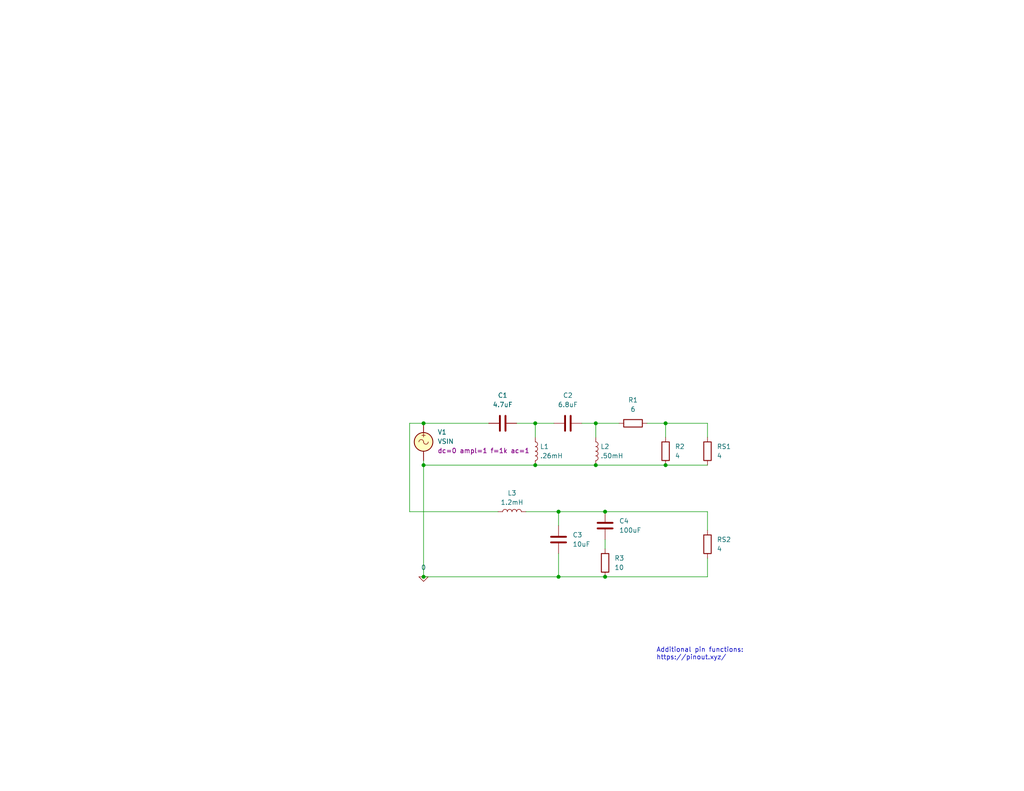
<source format=kicad_sch>
(kicad_sch
	(version 20231120)
	(generator "eeschema")
	(generator_version "8.0")
	(uuid "e63e39d7-6ac0-4ffd-8aa3-1841a4541b55")
	(paper "USLetter")
	(title_block
		(date "2023-11-08")
	)
	(lib_symbols
		(symbol "Device:C"
			(pin_numbers hide)
			(pin_names
				(offset 0.254)
			)
			(exclude_from_sim no)
			(in_bom yes)
			(on_board yes)
			(property "Reference" "C"
				(at 0.635 2.54 0)
				(effects
					(font
						(size 1.27 1.27)
					)
					(justify left)
				)
			)
			(property "Value" "C"
				(at 0.635 -2.54 0)
				(effects
					(font
						(size 1.27 1.27)
					)
					(justify left)
				)
			)
			(property "Footprint" ""
				(at 0.9652 -3.81 0)
				(effects
					(font
						(size 1.27 1.27)
					)
					(hide yes)
				)
			)
			(property "Datasheet" "~"
				(at 0 0 0)
				(effects
					(font
						(size 1.27 1.27)
					)
					(hide yes)
				)
			)
			(property "Description" "Unpolarized capacitor"
				(at 0 0 0)
				(effects
					(font
						(size 1.27 1.27)
					)
					(hide yes)
				)
			)
			(property "ki_keywords" "cap capacitor"
				(at 0 0 0)
				(effects
					(font
						(size 1.27 1.27)
					)
					(hide yes)
				)
			)
			(property "ki_fp_filters" "C_*"
				(at 0 0 0)
				(effects
					(font
						(size 1.27 1.27)
					)
					(hide yes)
				)
			)
			(symbol "C_0_1"
				(polyline
					(pts
						(xy -2.032 -0.762) (xy 2.032 -0.762)
					)
					(stroke
						(width 0.508)
						(type default)
					)
					(fill
						(type none)
					)
				)
				(polyline
					(pts
						(xy -2.032 0.762) (xy 2.032 0.762)
					)
					(stroke
						(width 0.508)
						(type default)
					)
					(fill
						(type none)
					)
				)
			)
			(symbol "C_1_1"
				(pin passive line
					(at 0 3.81 270)
					(length 2.794)
					(name "~"
						(effects
							(font
								(size 1.27 1.27)
							)
						)
					)
					(number "1"
						(effects
							(font
								(size 1.27 1.27)
							)
						)
					)
				)
				(pin passive line
					(at 0 -3.81 90)
					(length 2.794)
					(name "~"
						(effects
							(font
								(size 1.27 1.27)
							)
						)
					)
					(number "2"
						(effects
							(font
								(size 1.27 1.27)
							)
						)
					)
				)
			)
		)
		(symbol "Device:L"
			(pin_numbers hide)
			(pin_names
				(offset 1.016) hide)
			(exclude_from_sim no)
			(in_bom yes)
			(on_board yes)
			(property "Reference" "L"
				(at -1.27 0 90)
				(effects
					(font
						(size 1.27 1.27)
					)
				)
			)
			(property "Value" "L"
				(at 1.905 0 90)
				(effects
					(font
						(size 1.27 1.27)
					)
				)
			)
			(property "Footprint" ""
				(at 0 0 0)
				(effects
					(font
						(size 1.27 1.27)
					)
					(hide yes)
				)
			)
			(property "Datasheet" "~"
				(at 0 0 0)
				(effects
					(font
						(size 1.27 1.27)
					)
					(hide yes)
				)
			)
			(property "Description" "Inductor"
				(at 0 0 0)
				(effects
					(font
						(size 1.27 1.27)
					)
					(hide yes)
				)
			)
			(property "ki_keywords" "inductor choke coil reactor magnetic"
				(at 0 0 0)
				(effects
					(font
						(size 1.27 1.27)
					)
					(hide yes)
				)
			)
			(property "ki_fp_filters" "Choke_* *Coil* Inductor_* L_*"
				(at 0 0 0)
				(effects
					(font
						(size 1.27 1.27)
					)
					(hide yes)
				)
			)
			(symbol "L_0_1"
				(arc
					(start 0 -2.54)
					(mid 0.6323 -1.905)
					(end 0 -1.27)
					(stroke
						(width 0)
						(type default)
					)
					(fill
						(type none)
					)
				)
				(arc
					(start 0 -1.27)
					(mid 0.6323 -0.635)
					(end 0 0)
					(stroke
						(width 0)
						(type default)
					)
					(fill
						(type none)
					)
				)
				(arc
					(start 0 0)
					(mid 0.6323 0.635)
					(end 0 1.27)
					(stroke
						(width 0)
						(type default)
					)
					(fill
						(type none)
					)
				)
				(arc
					(start 0 1.27)
					(mid 0.6323 1.905)
					(end 0 2.54)
					(stroke
						(width 0)
						(type default)
					)
					(fill
						(type none)
					)
				)
			)
			(symbol "L_1_1"
				(pin passive line
					(at 0 3.81 270)
					(length 1.27)
					(name "1"
						(effects
							(font
								(size 1.27 1.27)
							)
						)
					)
					(number "1"
						(effects
							(font
								(size 1.27 1.27)
							)
						)
					)
				)
				(pin passive line
					(at 0 -3.81 90)
					(length 1.27)
					(name "2"
						(effects
							(font
								(size 1.27 1.27)
							)
						)
					)
					(number "2"
						(effects
							(font
								(size 1.27 1.27)
							)
						)
					)
				)
			)
		)
		(symbol "Device:R"
			(pin_numbers hide)
			(pin_names
				(offset 0)
			)
			(exclude_from_sim no)
			(in_bom yes)
			(on_board yes)
			(property "Reference" "R"
				(at 2.032 0 90)
				(effects
					(font
						(size 1.27 1.27)
					)
				)
			)
			(property "Value" "R"
				(at 0 0 90)
				(effects
					(font
						(size 1.27 1.27)
					)
				)
			)
			(property "Footprint" ""
				(at -1.778 0 90)
				(effects
					(font
						(size 1.27 1.27)
					)
					(hide yes)
				)
			)
			(property "Datasheet" "~"
				(at 0 0 0)
				(effects
					(font
						(size 1.27 1.27)
					)
					(hide yes)
				)
			)
			(property "Description" "Resistor"
				(at 0 0 0)
				(effects
					(font
						(size 1.27 1.27)
					)
					(hide yes)
				)
			)
			(property "ki_keywords" "R res resistor"
				(at 0 0 0)
				(effects
					(font
						(size 1.27 1.27)
					)
					(hide yes)
				)
			)
			(property "ki_fp_filters" "R_*"
				(at 0 0 0)
				(effects
					(font
						(size 1.27 1.27)
					)
					(hide yes)
				)
			)
			(symbol "R_0_1"
				(rectangle
					(start -1.016 -2.54)
					(end 1.016 2.54)
					(stroke
						(width 0.254)
						(type default)
					)
					(fill
						(type none)
					)
				)
			)
			(symbol "R_1_1"
				(pin passive line
					(at 0 3.81 270)
					(length 1.27)
					(name "~"
						(effects
							(font
								(size 1.27 1.27)
							)
						)
					)
					(number "1"
						(effects
							(font
								(size 1.27 1.27)
							)
						)
					)
				)
				(pin passive line
					(at 0 -3.81 90)
					(length 1.27)
					(name "~"
						(effects
							(font
								(size 1.27 1.27)
							)
						)
					)
					(number "2"
						(effects
							(font
								(size 1.27 1.27)
							)
						)
					)
				)
			)
		)
		(symbol "Simulation_SPICE:0"
			(power)
			(pin_numbers hide)
			(pin_names
				(offset 0) hide)
			(exclude_from_sim no)
			(in_bom yes)
			(on_board yes)
			(property "Reference" "#GND"
				(at 0 -5.08 0)
				(effects
					(font
						(size 1.27 1.27)
					)
					(hide yes)
				)
			)
			(property "Value" "0"
				(at 0 -2.54 0)
				(effects
					(font
						(size 1.27 1.27)
					)
				)
			)
			(property "Footprint" ""
				(at 0 0 0)
				(effects
					(font
						(size 1.27 1.27)
					)
					(hide yes)
				)
			)
			(property "Datasheet" "https://ngspice.sourceforge.io/docs/ngspice-html-manual/manual.xhtml#subsec_Circuit_elements__device"
				(at 0 -10.16 0)
				(effects
					(font
						(size 1.27 1.27)
					)
					(hide yes)
				)
			)
			(property "Description" "0V reference potential for simulation"
				(at 0 -7.62 0)
				(effects
					(font
						(size 1.27 1.27)
					)
					(hide yes)
				)
			)
			(property "ki_keywords" "simulation"
				(at 0 0 0)
				(effects
					(font
						(size 1.27 1.27)
					)
					(hide yes)
				)
			)
			(symbol "0_0_1"
				(polyline
					(pts
						(xy -1.27 0) (xy 0 -1.27) (xy 1.27 0) (xy -1.27 0)
					)
					(stroke
						(width 0)
						(type default)
					)
					(fill
						(type none)
					)
				)
			)
			(symbol "0_1_1"
				(pin power_in line
					(at 0 0 0)
					(length 0)
					(name "~"
						(effects
							(font
								(size 1.016 1.016)
							)
						)
					)
					(number "1"
						(effects
							(font
								(size 1.016 1.016)
							)
						)
					)
				)
			)
		)
		(symbol "Simulation_SPICE:VSIN"
			(pin_numbers hide)
			(pin_names
				(offset 0.0254)
			)
			(exclude_from_sim no)
			(in_bom yes)
			(on_board yes)
			(property "Reference" "V"
				(at 2.54 2.54 0)
				(effects
					(font
						(size 1.27 1.27)
					)
					(justify left)
				)
			)
			(property "Value" "VSIN"
				(at 2.54 0 0)
				(effects
					(font
						(size 1.27 1.27)
					)
					(justify left)
				)
			)
			(property "Footprint" ""
				(at 0 0 0)
				(effects
					(font
						(size 1.27 1.27)
					)
					(hide yes)
				)
			)
			(property "Datasheet" "https://ngspice.sourceforge.io/docs/ngspice-html-manual/manual.xhtml#sec_Independent_Sources_for"
				(at 0 0 0)
				(effects
					(font
						(size 1.27 1.27)
					)
					(hide yes)
				)
			)
			(property "Description" "Voltage source, sinusoidal"
				(at 0 0 0)
				(effects
					(font
						(size 1.27 1.27)
					)
					(hide yes)
				)
			)
			(property "Sim.Pins" "1=+ 2=-"
				(at 0 0 0)
				(effects
					(font
						(size 1.27 1.27)
					)
					(hide yes)
				)
			)
			(property "Sim.Params" "dc=0 ampl=1 f=1k ac=1"
				(at 2.54 -2.54 0)
				(effects
					(font
						(size 1.27 1.27)
					)
					(justify left)
				)
			)
			(property "Sim.Type" "SIN"
				(at 0 0 0)
				(effects
					(font
						(size 1.27 1.27)
					)
					(hide yes)
				)
			)
			(property "Sim.Device" "V"
				(at 0 0 0)
				(effects
					(font
						(size 1.27 1.27)
					)
					(justify left)
					(hide yes)
				)
			)
			(property "ki_keywords" "simulation ac vac"
				(at 0 0 0)
				(effects
					(font
						(size 1.27 1.27)
					)
					(hide yes)
				)
			)
			(symbol "VSIN_0_0"
				(arc
					(start 0 0)
					(mid -0.635 0.6323)
					(end -1.27 0)
					(stroke
						(width 0)
						(type default)
					)
					(fill
						(type none)
					)
				)
				(arc
					(start 0 0)
					(mid 0.635 -0.6323)
					(end 1.27 0)
					(stroke
						(width 0)
						(type default)
					)
					(fill
						(type none)
					)
				)
				(text "+"
					(at 0 1.905 0)
					(effects
						(font
							(size 1.27 1.27)
						)
					)
				)
			)
			(symbol "VSIN_0_1"
				(circle
					(center 0 0)
					(radius 2.54)
					(stroke
						(width 0.254)
						(type default)
					)
					(fill
						(type background)
					)
				)
			)
			(symbol "VSIN_1_1"
				(pin passive line
					(at 0 5.08 270)
					(length 2.54)
					(name "~"
						(effects
							(font
								(size 1.27 1.27)
							)
						)
					)
					(number "1"
						(effects
							(font
								(size 1.27 1.27)
							)
						)
					)
				)
				(pin passive line
					(at 0 -5.08 90)
					(length 2.54)
					(name "~"
						(effects
							(font
								(size 1.27 1.27)
							)
						)
					)
					(number "2"
						(effects
							(font
								(size 1.27 1.27)
							)
						)
					)
				)
			)
		)
	)
	(junction
		(at 162.56 127)
		(diameter 0)
		(color 0 0 0 0)
		(uuid "01b82ff5-396e-4137-bc36-d45f0cfa623b")
	)
	(junction
		(at 165.1 157.48)
		(diameter 0)
		(color 0 0 0 0)
		(uuid "19b8cf3a-16ef-46a0-93e5-744c0c6f2140")
	)
	(junction
		(at 162.56 115.57)
		(diameter 0)
		(color 0 0 0 0)
		(uuid "44c55828-10b4-45fe-a00b-f7e456ea1950")
	)
	(junction
		(at 146.05 127)
		(diameter 0)
		(color 0 0 0 0)
		(uuid "564d874e-63c8-4cf8-8443-078bc9089e2e")
	)
	(junction
		(at 115.57 157.48)
		(diameter 0)
		(color 0 0 0 0)
		(uuid "8c23deeb-cfd2-4985-b61c-896845e042d5")
	)
	(junction
		(at 146.05 115.57)
		(diameter 0)
		(color 0 0 0 0)
		(uuid "964ef2fa-efd8-4914-bd7f-1f23452c2043")
	)
	(junction
		(at 152.4 139.7)
		(diameter 0)
		(color 0 0 0 0)
		(uuid "a99fca95-70e0-4564-8ab5-2d449054e36d")
	)
	(junction
		(at 165.1 139.7)
		(diameter 0)
		(color 0 0 0 0)
		(uuid "c1b19949-6387-4bcc-89b5-d16d858327c8")
	)
	(junction
		(at 181.61 127)
		(diameter 0)
		(color 0 0 0 0)
		(uuid "c3c99d0b-b30e-46d2-9511-d2aab3ff8743")
	)
	(junction
		(at 115.57 115.57)
		(diameter 0)
		(color 0 0 0 0)
		(uuid "cdafd780-b3ff-4463-aed1-bcfdff47ca18")
	)
	(junction
		(at 115.57 127)
		(diameter 0)
		(color 0 0 0 0)
		(uuid "d7d0ce7e-f57f-479f-831d-64ef16afc150")
	)
	(junction
		(at 152.4 157.48)
		(diameter 0)
		(color 0 0 0 0)
		(uuid "ef38dac5-a7e9-454c-955a-50cd24bd2d5c")
	)
	(junction
		(at 181.61 115.57)
		(diameter 0)
		(color 0 0 0 0)
		(uuid "f2b653e9-f4a1-41b6-a4f1-1beb2ce8897f")
	)
	(wire
		(pts
			(xy 193.04 115.57) (xy 193.04 119.38)
		)
		(stroke
			(width 0)
			(type default)
		)
		(uuid "07ca1aef-2e2b-48c2-b48a-52bc3be192fe")
	)
	(wire
		(pts
			(xy 162.56 115.57) (xy 162.56 119.38)
		)
		(stroke
			(width 0)
			(type default)
		)
		(uuid "14117cca-d936-4f67-aaaf-ca33099d10fb")
	)
	(wire
		(pts
			(xy 152.4 151.13) (xy 152.4 157.48)
		)
		(stroke
			(width 0)
			(type default)
		)
		(uuid "15ae8ff3-6487-4d1d-b345-58ae83520a5d")
	)
	(wire
		(pts
			(xy 115.57 125.73) (xy 115.57 127)
		)
		(stroke
			(width 0)
			(type default)
		)
		(uuid "17d72349-9383-45ba-901b-865a9c796c81")
	)
	(wire
		(pts
			(xy 165.1 139.7) (xy 193.04 139.7)
		)
		(stroke
			(width 0)
			(type default)
		)
		(uuid "1a2c8cd9-23aa-49a8-9f7d-3d38c48cbbbd")
	)
	(wire
		(pts
			(xy 158.75 115.57) (xy 162.56 115.57)
		)
		(stroke
			(width 0)
			(type default)
		)
		(uuid "1caa3e43-2042-4497-8fec-bfc39ec5ec92")
	)
	(wire
		(pts
			(xy 193.04 157.48) (xy 193.04 152.4)
		)
		(stroke
			(width 0)
			(type default)
		)
		(uuid "1d94c776-72f5-4e6e-a07a-acef46ac5999")
	)
	(wire
		(pts
			(xy 152.4 157.48) (xy 165.1 157.48)
		)
		(stroke
			(width 0)
			(type default)
		)
		(uuid "22c926e4-785e-407e-bab0-c6d3312424b6")
	)
	(wire
		(pts
			(xy 193.04 139.7) (xy 193.04 144.78)
		)
		(stroke
			(width 0)
			(type default)
		)
		(uuid "2654e2fd-e396-4c8c-9909-9cd7c0b8c9d2")
	)
	(wire
		(pts
			(xy 165.1 147.32) (xy 165.1 149.86)
		)
		(stroke
			(width 0)
			(type default)
		)
		(uuid "33087247-d8a3-4625-950c-8e2605a44348")
	)
	(wire
		(pts
			(xy 111.76 115.57) (xy 115.57 115.57)
		)
		(stroke
			(width 0)
			(type default)
		)
		(uuid "3676b879-225b-4664-844e-f554a1922769")
	)
	(wire
		(pts
			(xy 146.05 127) (xy 162.56 127)
		)
		(stroke
			(width 0)
			(type default)
		)
		(uuid "45bbbcc3-3b94-4c00-a371-bc113cf1b8c8")
	)
	(wire
		(pts
			(xy 146.05 115.57) (xy 146.05 119.38)
		)
		(stroke
			(width 0)
			(type default)
		)
		(uuid "5acdc299-d0af-497f-80ee-0b749cf5a19c")
	)
	(wire
		(pts
			(xy 181.61 115.57) (xy 193.04 115.57)
		)
		(stroke
			(width 0)
			(type default)
		)
		(uuid "5ade3bca-ab3a-48d5-9ddb-3138054472b3")
	)
	(wire
		(pts
			(xy 115.57 127) (xy 146.05 127)
		)
		(stroke
			(width 0)
			(type default)
		)
		(uuid "65a2c8d2-baf5-4c6e-a472-cea3fa1b0bd7")
	)
	(wire
		(pts
			(xy 143.51 139.7) (xy 152.4 139.7)
		)
		(stroke
			(width 0)
			(type default)
		)
		(uuid "705d25ee-45e5-4bb2-b728-8b2433023261")
	)
	(wire
		(pts
			(xy 115.57 115.57) (xy 133.35 115.57)
		)
		(stroke
			(width 0)
			(type default)
		)
		(uuid "72ed9601-0cd7-4479-9c9e-ec5d3c1644d7")
	)
	(wire
		(pts
			(xy 111.76 139.7) (xy 111.76 115.57)
		)
		(stroke
			(width 0)
			(type default)
		)
		(uuid "72f32e6e-59fb-4fb5-8534-89a8a11f978b")
	)
	(wire
		(pts
			(xy 115.57 157.48) (xy 152.4 157.48)
		)
		(stroke
			(width 0)
			(type default)
		)
		(uuid "7cb746c7-db13-4404-9fa5-df9e866216e0")
	)
	(wire
		(pts
			(xy 162.56 115.57) (xy 168.91 115.57)
		)
		(stroke
			(width 0)
			(type default)
		)
		(uuid "847998ea-a3bb-415f-8820-079e5daa504e")
	)
	(wire
		(pts
			(xy 165.1 157.48) (xy 193.04 157.48)
		)
		(stroke
			(width 0)
			(type default)
		)
		(uuid "a8c58941-0233-4d45-ae88-4e99a379723e")
	)
	(wire
		(pts
			(xy 152.4 143.51) (xy 152.4 139.7)
		)
		(stroke
			(width 0)
			(type default)
		)
		(uuid "ab85855a-f817-4dc7-967b-d1968369a778")
	)
	(wire
		(pts
			(xy 181.61 115.57) (xy 176.53 115.57)
		)
		(stroke
			(width 0)
			(type default)
		)
		(uuid "b4697bcd-b192-435e-9940-e7944ea27d9b")
	)
	(wire
		(pts
			(xy 115.57 157.48) (xy 115.57 127)
		)
		(stroke
			(width 0)
			(type default)
		)
		(uuid "bc7a5a61-f297-4151-8b68-da1f57b5d762")
	)
	(wire
		(pts
			(xy 146.05 115.57) (xy 151.13 115.57)
		)
		(stroke
			(width 0)
			(type default)
		)
		(uuid "d2447a69-cf3f-4bce-a8a9-4a72133676e2")
	)
	(wire
		(pts
			(xy 162.56 127) (xy 181.61 127)
		)
		(stroke
			(width 0)
			(type default)
		)
		(uuid "d36be8cc-4ba5-474c-b718-0bb39eef2fc6")
	)
	(wire
		(pts
			(xy 181.61 127) (xy 193.04 127)
		)
		(stroke
			(width 0)
			(type default)
		)
		(uuid "d8baa702-f747-4503-a8ab-b9beea814dd3")
	)
	(wire
		(pts
			(xy 152.4 139.7) (xy 165.1 139.7)
		)
		(stroke
			(width 0)
			(type default)
		)
		(uuid "dd1a7ab8-807c-4bd5-9ed7-c791cf8e183d")
	)
	(wire
		(pts
			(xy 181.61 115.57) (xy 181.61 119.38)
		)
		(stroke
			(width 0)
			(type default)
		)
		(uuid "e2c457ca-a369-4bb5-9661-d444cd43b8f6")
	)
	(wire
		(pts
			(xy 135.89 139.7) (xy 111.76 139.7)
		)
		(stroke
			(width 0)
			(type default)
		)
		(uuid "e6883c5d-4786-491e-9b00-e2efd63a214a")
	)
	(wire
		(pts
			(xy 140.97 115.57) (xy 146.05 115.57)
		)
		(stroke
			(width 0)
			(type default)
		)
		(uuid "fff5990f-f181-4d92-a33b-e6efb078c024")
	)
	(text "Additional pin functions:\nhttps://pinout.xyz/"
		(exclude_from_sim no)
		(at 179.07 180.34 0)
		(effects
			(font
				(size 1.27 1.27)
			)
			(justify left bottom)
		)
		(uuid "36e2c557-2c2a-4fba-9b6f-1167ab8ec281")
	)
	(symbol
		(lib_id "Device:R")
		(at 172.72 115.57 90)
		(unit 1)
		(exclude_from_sim no)
		(in_bom yes)
		(on_board yes)
		(dnp no)
		(fields_autoplaced yes)
		(uuid "132f7e07-a9b0-4c57-8a43-45dcc1ad22c7")
		(property "Reference" "R1"
			(at 172.72 109.22 90)
			(effects
				(font
					(size 1.27 1.27)
				)
			)
		)
		(property "Value" "6"
			(at 172.72 111.76 90)
			(effects
				(font
					(size 1.27 1.27)
				)
			)
		)
		(property "Footprint" "Resistor_THT:R_Axial_DIN0207_L6.3mm_D2.5mm_P15.24mm_Horizontal"
			(at 172.72 117.348 90)
			(effects
				(font
					(size 1.27 1.27)
				)
				(hide yes)
			)
		)
		(property "Datasheet" "~"
			(at 172.72 115.57 0)
			(effects
				(font
					(size 1.27 1.27)
				)
				(hide yes)
			)
		)
		(property "Description" ""
			(at 172.72 115.57 0)
			(effects
				(font
					(size 1.27 1.27)
				)
				(hide yes)
			)
		)
		(pin "1"
			(uuid "cceb6366-1809-4d4d-be43-a449fc69a15e")
		)
		(pin "2"
			(uuid "04c1a09d-4971-4583-87af-142ba818b19b")
		)
		(instances
			(project "Crossover2025-12-29"
				(path "/e63e39d7-6ac0-4ffd-8aa3-1841a4541b55"
					(reference "R1")
					(unit 1)
				)
			)
		)
	)
	(symbol
		(lib_id "Device:R")
		(at 193.04 123.19 0)
		(unit 1)
		(exclude_from_sim no)
		(in_bom yes)
		(on_board yes)
		(dnp no)
		(fields_autoplaced yes)
		(uuid "202e7da2-165d-46d2-b92b-5dba3f6bc18a")
		(property "Reference" "RS1"
			(at 195.58 121.9199 0)
			(effects
				(font
					(size 1.27 1.27)
				)
				(justify left)
			)
		)
		(property "Value" "4"
			(at 195.58 124.4599 0)
			(effects
				(font
					(size 1.27 1.27)
				)
				(justify left)
			)
		)
		(property "Footprint" "Resistor_THT:R_Axial_DIN0207_L6.3mm_D2.5mm_P15.24mm_Horizontal"
			(at 191.262 123.19 90)
			(effects
				(font
					(size 1.27 1.27)
				)
				(hide yes)
			)
		)
		(property "Datasheet" "~"
			(at 193.04 123.19 0)
			(effects
				(font
					(size 1.27 1.27)
				)
				(hide yes)
			)
		)
		(property "Description" ""
			(at 193.04 123.19 0)
			(effects
				(font
					(size 1.27 1.27)
				)
				(hide yes)
			)
		)
		(pin "1"
			(uuid "127d973b-cf3a-41a9-9ddf-1cf7e5b629a6")
		)
		(pin "2"
			(uuid "0c213368-6dad-4657-9946-fda2cff3c267")
		)
		(instances
			(project "Crossover2025-12-29"
				(path "/e63e39d7-6ac0-4ffd-8aa3-1841a4541b55"
					(reference "RS1")
					(unit 1)
				)
			)
		)
	)
	(symbol
		(lib_id "Device:C")
		(at 152.4 147.32 0)
		(unit 1)
		(exclude_from_sim no)
		(in_bom yes)
		(on_board yes)
		(dnp no)
		(fields_autoplaced yes)
		(uuid "2dd52ebd-6faf-4f93-87a3-80eb2ffa164d")
		(property "Reference" "C3"
			(at 156.21 146.0499 0)
			(effects
				(font
					(size 1.27 1.27)
				)
				(justify left)
			)
		)
		(property "Value" "10uF"
			(at 156.21 148.5899 0)
			(effects
				(font
					(size 1.27 1.27)
				)
				(justify left)
			)
		)
		(property "Footprint" ""
			(at 153.3652 151.13 0)
			(effects
				(font
					(size 1.27 1.27)
				)
				(hide yes)
			)
		)
		(property "Datasheet" "~"
			(at 152.4 147.32 0)
			(effects
				(font
					(size 1.27 1.27)
				)
				(hide yes)
			)
		)
		(property "Description" "Unpolarized capacitor"
			(at 152.4 147.32 0)
			(effects
				(font
					(size 1.27 1.27)
				)
				(hide yes)
			)
		)
		(pin "1"
			(uuid "2c273ef1-4ada-4717-8e3c-87bbb882df52")
		)
		(pin "2"
			(uuid "fa7d412a-b936-4a2a-b09a-e0d1654a83eb")
		)
		(instances
			(project "Crossover2025-12-29"
				(path "/e63e39d7-6ac0-4ffd-8aa3-1841a4541b55"
					(reference "C3")
					(unit 1)
				)
			)
		)
	)
	(symbol
		(lib_id "Device:R")
		(at 193.04 148.59 0)
		(unit 1)
		(exclude_from_sim no)
		(in_bom yes)
		(on_board yes)
		(dnp no)
		(fields_autoplaced yes)
		(uuid "31de8336-25fa-41d9-af3f-d7ee7e51e389")
		(property "Reference" "RS2"
			(at 195.58 147.3199 0)
			(effects
				(font
					(size 1.27 1.27)
				)
				(justify left)
			)
		)
		(property "Value" "4"
			(at 195.58 149.8599 0)
			(effects
				(font
					(size 1.27 1.27)
				)
				(justify left)
			)
		)
		(property "Footprint" "Resistor_THT:R_Axial_DIN0207_L6.3mm_D2.5mm_P15.24mm_Horizontal"
			(at 191.262 148.59 90)
			(effects
				(font
					(size 1.27 1.27)
				)
				(hide yes)
			)
		)
		(property "Datasheet" "~"
			(at 193.04 148.59 0)
			(effects
				(font
					(size 1.27 1.27)
				)
				(hide yes)
			)
		)
		(property "Description" ""
			(at 193.04 148.59 0)
			(effects
				(font
					(size 1.27 1.27)
				)
				(hide yes)
			)
		)
		(pin "1"
			(uuid "aed48e0f-cf47-4c76-ace2-74b90b2b2a4f")
		)
		(pin "2"
			(uuid "5cab6761-b3ac-4b45-b9fb-c3f385846583")
		)
		(instances
			(project "Crossover2025-12-29"
				(path "/e63e39d7-6ac0-4ffd-8aa3-1841a4541b55"
					(reference "RS2")
					(unit 1)
				)
			)
		)
	)
	(symbol
		(lib_id "Device:L")
		(at 162.56 123.19 0)
		(unit 1)
		(exclude_from_sim no)
		(in_bom yes)
		(on_board yes)
		(dnp no)
		(fields_autoplaced yes)
		(uuid "32f3885c-bdd5-4b45-b269-b3efe7a13fb6")
		(property "Reference" "L2"
			(at 163.83 121.9199 0)
			(effects
				(font
					(size 1.27 1.27)
				)
				(justify left)
			)
		)
		(property "Value" ".50mH"
			(at 163.83 124.4599 0)
			(effects
				(font
					(size 1.27 1.27)
				)
				(justify left)
			)
		)
		(property "Footprint" ""
			(at 162.56 123.19 0)
			(effects
				(font
					(size 1.27 1.27)
				)
				(hide yes)
			)
		)
		(property "Datasheet" "~"
			(at 162.56 123.19 0)
			(effects
				(font
					(size 1.27 1.27)
				)
				(hide yes)
			)
		)
		(property "Description" "Inductor"
			(at 162.56 123.19 0)
			(effects
				(font
					(size 1.27 1.27)
				)
				(hide yes)
			)
		)
		(pin "1"
			(uuid "68660fcc-0ccc-4532-bb6a-2ef4496acc78")
		)
		(pin "2"
			(uuid "1c360503-c91c-4611-a9e3-eba9af1c3ca9")
		)
		(instances
			(project "Crossover2025-12-29"
				(path "/e63e39d7-6ac0-4ffd-8aa3-1841a4541b55"
					(reference "L2")
					(unit 1)
				)
			)
		)
	)
	(symbol
		(lib_id "Device:R")
		(at 181.61 123.19 0)
		(unit 1)
		(exclude_from_sim no)
		(in_bom yes)
		(on_board yes)
		(dnp no)
		(fields_autoplaced yes)
		(uuid "3fd876ec-f7f7-49ce-8fc4-f2b8def27d4e")
		(property "Reference" "R2"
			(at 184.15 121.9199 0)
			(effects
				(font
					(size 1.27 1.27)
				)
				(justify left)
			)
		)
		(property "Value" "4"
			(at 184.15 124.4599 0)
			(effects
				(font
					(size 1.27 1.27)
				)
				(justify left)
			)
		)
		(property "Footprint" "Resistor_THT:R_Axial_DIN0207_L6.3mm_D2.5mm_P15.24mm_Horizontal"
			(at 179.832 123.19 90)
			(effects
				(font
					(size 1.27 1.27)
				)
				(hide yes)
			)
		)
		(property "Datasheet" "~"
			(at 181.61 123.19 0)
			(effects
				(font
					(size 1.27 1.27)
				)
				(hide yes)
			)
		)
		(property "Description" ""
			(at 181.61 123.19 0)
			(effects
				(font
					(size 1.27 1.27)
				)
				(hide yes)
			)
		)
		(pin "1"
			(uuid "053ddd8e-9826-446a-a77e-8ba418de7be8")
		)
		(pin "2"
			(uuid "5ba246d8-1340-4c88-8660-523c07fdcb1b")
		)
		(instances
			(project "Crossover2025-12-29"
				(path "/e63e39d7-6ac0-4ffd-8aa3-1841a4541b55"
					(reference "R2")
					(unit 1)
				)
			)
		)
	)
	(symbol
		(lib_id "Device:R")
		(at 165.1 153.67 0)
		(unit 1)
		(exclude_from_sim no)
		(in_bom yes)
		(on_board yes)
		(dnp no)
		(fields_autoplaced yes)
		(uuid "4a2736d6-b062-473c-bc54-3c13b5204e8c")
		(property "Reference" "R3"
			(at 167.64 152.3999 0)
			(effects
				(font
					(size 1.27 1.27)
				)
				(justify left)
			)
		)
		(property "Value" "10"
			(at 167.64 154.9399 0)
			(effects
				(font
					(size 1.27 1.27)
				)
				(justify left)
			)
		)
		(property "Footprint" "Resistor_THT:R_Axial_DIN0207_L6.3mm_D2.5mm_P15.24mm_Horizontal"
			(at 163.322 153.67 90)
			(effects
				(font
					(size 1.27 1.27)
				)
				(hide yes)
			)
		)
		(property "Datasheet" "~"
			(at 165.1 153.67 0)
			(effects
				(font
					(size 1.27 1.27)
				)
				(hide yes)
			)
		)
		(property "Description" ""
			(at 165.1 153.67 0)
			(effects
				(font
					(size 1.27 1.27)
				)
				(hide yes)
			)
		)
		(pin "1"
			(uuid "2700416b-5842-4c34-944e-2aa8b3c84b00")
		)
		(pin "2"
			(uuid "9cf17fe7-ac34-4bfd-bda7-a79710f28f4d")
		)
		(instances
			(project "Crossover2025-12-29"
				(path "/e63e39d7-6ac0-4ffd-8aa3-1841a4541b55"
					(reference "R3")
					(unit 1)
				)
			)
		)
	)
	(symbol
		(lib_id "Device:C")
		(at 154.94 115.57 90)
		(unit 1)
		(exclude_from_sim no)
		(in_bom yes)
		(on_board yes)
		(dnp no)
		(fields_autoplaced yes)
		(uuid "6fb9a5fc-2dc0-4167-a2fa-c79b2dd9e7db")
		(property "Reference" "C2"
			(at 154.94 107.95 90)
			(effects
				(font
					(size 1.27 1.27)
				)
			)
		)
		(property "Value" "6.8uF"
			(at 154.94 110.49 90)
			(effects
				(font
					(size 1.27 1.27)
				)
			)
		)
		(property "Footprint" ""
			(at 158.75 114.6048 0)
			(effects
				(font
					(size 1.27 1.27)
				)
				(hide yes)
			)
		)
		(property "Datasheet" "~"
			(at 154.94 115.57 0)
			(effects
				(font
					(size 1.27 1.27)
				)
				(hide yes)
			)
		)
		(property "Description" "Unpolarized capacitor"
			(at 154.94 115.57 0)
			(effects
				(font
					(size 1.27 1.27)
				)
				(hide yes)
			)
		)
		(pin "1"
			(uuid "4840de97-aab5-4a98-b29e-ee83f04bdcc4")
		)
		(pin "2"
			(uuid "1edfb103-83a3-4754-8901-b07d08c2f559")
		)
		(instances
			(project ""
				(path "/e63e39d7-6ac0-4ffd-8aa3-1841a4541b55"
					(reference "C2")
					(unit 1)
				)
			)
		)
	)
	(symbol
		(lib_id "Simulation_SPICE:0")
		(at 115.57 157.48 0)
		(unit 1)
		(exclude_from_sim no)
		(in_bom yes)
		(on_board yes)
		(dnp no)
		(uuid "6ff75bc0-3b8c-4f7e-a6b1-62bfa1c18038")
		(property "Reference" "#GND01"
			(at 115.57 162.56 0)
			(effects
				(font
					(size 1.27 1.27)
				)
				(hide yes)
			)
		)
		(property "Value" "0"
			(at 115.57 154.94 0)
			(effects
				(font
					(size 1.27 1.27)
				)
			)
		)
		(property "Footprint" ""
			(at 115.57 157.48 0)
			(effects
				(font
					(size 1.27 1.27)
				)
				(hide yes)
			)
		)
		(property "Datasheet" "https://ngspice.sourceforge.io/docs/ngspice-html-manual/manual.xhtml#subsec_Circuit_elements__device"
			(at 115.57 167.64 0)
			(effects
				(font
					(size 1.27 1.27)
				)
				(hide yes)
			)
		)
		(property "Description" "0V reference potential for simulation"
			(at 115.57 165.1 0)
			(effects
				(font
					(size 1.27 1.27)
				)
				(hide yes)
			)
		)
		(pin "1"
			(uuid "9de6fbd3-6449-4346-8710-7a1cde2ab0b7")
		)
		(instances
			(project ""
				(path "/e63e39d7-6ac0-4ffd-8aa3-1841a4541b55"
					(reference "#GND01")
					(unit 1)
				)
			)
		)
	)
	(symbol
		(lib_id "Simulation_SPICE:VSIN")
		(at 115.57 120.65 0)
		(unit 1)
		(exclude_from_sim no)
		(in_bom yes)
		(on_board yes)
		(dnp no)
		(fields_autoplaced yes)
		(uuid "88bddd75-1d54-4a30-a976-8508cbd92f72")
		(property "Reference" "V1"
			(at 119.38 117.9801 0)
			(effects
				(font
					(size 1.27 1.27)
				)
				(justify left)
			)
		)
		(property "Value" "VSIN"
			(at 119.38 120.5201 0)
			(effects
				(font
					(size 1.27 1.27)
				)
				(justify left)
			)
		)
		(property "Footprint" ""
			(at 115.57 120.65 0)
			(effects
				(font
					(size 1.27 1.27)
				)
				(hide yes)
			)
		)
		(property "Datasheet" "https://ngspice.sourceforge.io/docs/ngspice-html-manual/manual.xhtml#sec_Independent_Sources_for"
			(at 115.57 120.65 0)
			(effects
				(font
					(size 1.27 1.27)
				)
				(hide yes)
			)
		)
		(property "Description" "Voltage source, sinusoidal"
			(at 115.57 120.65 0)
			(effects
				(font
					(size 1.27 1.27)
				)
				(hide yes)
			)
		)
		(property "Sim.Pins" "1=+ 2=-"
			(at 115.57 120.65 0)
			(effects
				(font
					(size 1.27 1.27)
				)
				(hide yes)
			)
		)
		(property "Sim.Params" "dc=0 ampl=1 f=1k ac=1"
			(at 119.38 123.0601 0)
			(effects
				(font
					(size 1.27 1.27)
				)
				(justify left)
			)
		)
		(property "Sim.Type" "SIN"
			(at 115.57 120.65 0)
			(effects
				(font
					(size 1.27 1.27)
				)
				(hide yes)
			)
		)
		(property "Sim.Device" "V"
			(at 115.57 120.65 0)
			(effects
				(font
					(size 1.27 1.27)
				)
				(justify left)
				(hide yes)
			)
		)
		(pin "2"
			(uuid "dd1921fd-0f85-4182-9529-85656a879a55")
		)
		(pin "1"
			(uuid "23977962-9faa-4de0-bb45-33244ef7487e")
		)
		(instances
			(project ""
				(path "/e63e39d7-6ac0-4ffd-8aa3-1841a4541b55"
					(reference "V1")
					(unit 1)
				)
			)
		)
	)
	(symbol
		(lib_id "Device:L")
		(at 139.7 139.7 90)
		(unit 1)
		(exclude_from_sim no)
		(in_bom yes)
		(on_board yes)
		(dnp no)
		(fields_autoplaced yes)
		(uuid "b2a41ec9-1cdd-4b8c-abbe-f42e5c30f42d")
		(property "Reference" "L3"
			(at 139.7 134.62 90)
			(effects
				(font
					(size 1.27 1.27)
				)
			)
		)
		(property "Value" "1.2mH"
			(at 139.7 137.16 90)
			(effects
				(font
					(size 1.27 1.27)
				)
			)
		)
		(property "Footprint" ""
			(at 139.7 139.7 0)
			(effects
				(font
					(size 1.27 1.27)
				)
				(hide yes)
			)
		)
		(property "Datasheet" "~"
			(at 139.7 139.7 0)
			(effects
				(font
					(size 1.27 1.27)
				)
				(hide yes)
			)
		)
		(property "Description" "Inductor"
			(at 139.7 139.7 0)
			(effects
				(font
					(size 1.27 1.27)
				)
				(hide yes)
			)
		)
		(pin "1"
			(uuid "a9293aeb-8ab2-49ec-8cff-d7342c396db5")
		)
		(pin "2"
			(uuid "a892e469-0607-4498-b828-5be15ebde6a4")
		)
		(instances
			(project "Crossover2025-12-29"
				(path "/e63e39d7-6ac0-4ffd-8aa3-1841a4541b55"
					(reference "L3")
					(unit 1)
				)
			)
		)
	)
	(symbol
		(lib_id "Device:C")
		(at 137.16 115.57 90)
		(unit 1)
		(exclude_from_sim no)
		(in_bom yes)
		(on_board yes)
		(dnp no)
		(fields_autoplaced yes)
		(uuid "ba77dc44-f8bc-4a5c-b441-27de1f34c0bf")
		(property "Reference" "C1"
			(at 137.16 107.95 90)
			(effects
				(font
					(size 1.27 1.27)
				)
			)
		)
		(property "Value" "4.7uF"
			(at 137.16 110.49 90)
			(effects
				(font
					(size 1.27 1.27)
				)
			)
		)
		(property "Footprint" ""
			(at 140.97 114.6048 0)
			(effects
				(font
					(size 1.27 1.27)
				)
				(hide yes)
			)
		)
		(property "Datasheet" "~"
			(at 137.16 115.57 0)
			(effects
				(font
					(size 1.27 1.27)
				)
				(hide yes)
			)
		)
		(property "Description" "Unpolarized capacitor"
			(at 137.16 115.57 0)
			(effects
				(font
					(size 1.27 1.27)
				)
				(hide yes)
			)
		)
		(pin "1"
			(uuid "7e81fe15-04a2-4861-a1ce-6282844a9af9")
		)
		(pin "2"
			(uuid "c970353f-a578-40db-9068-03806eec54a7")
		)
		(instances
			(project ""
				(path "/e63e39d7-6ac0-4ffd-8aa3-1841a4541b55"
					(reference "C1")
					(unit 1)
				)
			)
		)
	)
	(symbol
		(lib_id "Device:L")
		(at 146.05 123.19 0)
		(unit 1)
		(exclude_from_sim no)
		(in_bom yes)
		(on_board yes)
		(dnp no)
		(fields_autoplaced yes)
		(uuid "ce93fe2f-5572-4154-b901-fb24305569e2")
		(property "Reference" "L1"
			(at 147.32 121.9199 0)
			(effects
				(font
					(size 1.27 1.27)
				)
				(justify left)
			)
		)
		(property "Value" ".26mH"
			(at 147.32 124.4599 0)
			(effects
				(font
					(size 1.27 1.27)
				)
				(justify left)
			)
		)
		(property "Footprint" ""
			(at 146.05 123.19 0)
			(effects
				(font
					(size 1.27 1.27)
				)
				(hide yes)
			)
		)
		(property "Datasheet" "~"
			(at 146.05 123.19 0)
			(effects
				(font
					(size 1.27 1.27)
				)
				(hide yes)
			)
		)
		(property "Description" "Inductor"
			(at 146.05 123.19 0)
			(effects
				(font
					(size 1.27 1.27)
				)
				(hide yes)
			)
		)
		(pin "1"
			(uuid "38142d56-eb02-46f6-9fff-b7690b34a61d")
		)
		(pin "2"
			(uuid "7a2b397a-7986-43eb-ba2f-6a7e7e963b84")
		)
		(instances
			(project ""
				(path "/e63e39d7-6ac0-4ffd-8aa3-1841a4541b55"
					(reference "L1")
					(unit 1)
				)
			)
		)
	)
	(symbol
		(lib_id "Device:C")
		(at 165.1 143.51 0)
		(unit 1)
		(exclude_from_sim no)
		(in_bom yes)
		(on_board yes)
		(dnp no)
		(fields_autoplaced yes)
		(uuid "ec68eec3-dc3c-49ae-9c89-d21ceb1a0ab3")
		(property "Reference" "C4"
			(at 168.91 142.2399 0)
			(effects
				(font
					(size 1.27 1.27)
				)
				(justify left)
			)
		)
		(property "Value" "100uF"
			(at 168.91 144.7799 0)
			(effects
				(font
					(size 1.27 1.27)
				)
				(justify left)
			)
		)
		(property "Footprint" ""
			(at 166.0652 147.32 0)
			(effects
				(font
					(size 1.27 1.27)
				)
				(hide yes)
			)
		)
		(property "Datasheet" "~"
			(at 165.1 143.51 0)
			(effects
				(font
					(size 1.27 1.27)
				)
				(hide yes)
			)
		)
		(property "Description" "Unpolarized capacitor"
			(at 165.1 143.51 0)
			(effects
				(font
					(size 1.27 1.27)
				)
				(hide yes)
			)
		)
		(pin "1"
			(uuid "c2eb1114-ef05-4270-9730-e424c53da72b")
		)
		(pin "2"
			(uuid "c9d0363e-8a80-4e15-b7a7-21c228b7e70f")
		)
		(instances
			(project "Crossover2025-12-29"
				(path "/e63e39d7-6ac0-4ffd-8aa3-1841a4541b55"
					(reference "C4")
					(unit 1)
				)
			)
		)
	)
	(sheet_instances
		(path "/"
			(page "1")
		)
	)
)

</source>
